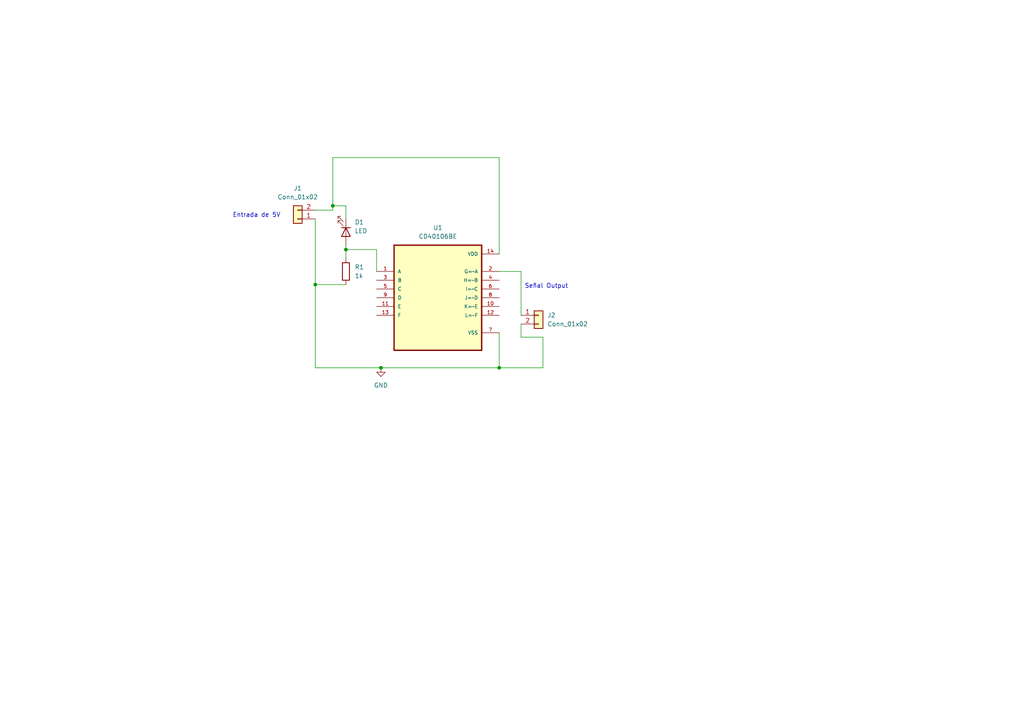
<source format=kicad_sch>
(kicad_sch
	(version 20250114)
	(generator "eeschema")
	(generator_version "9.0")
	(uuid "e3ec127a-9a14-4d0c-910c-42d5b51b812a")
	(paper "A4")
	(lib_symbols
		(symbol "CD40106BE:CD40106BE"
			(pin_names
				(offset 1.016)
			)
			(exclude_from_sim no)
			(in_bom yes)
			(on_board yes)
			(property "Reference" "U"
				(at -12.7 16.24 0)
				(effects
					(font
						(size 1.27 1.27)
					)
					(justify left bottom)
				)
			)
			(property "Value" "CD40106BE"
				(at -12.7 -19.24 0)
				(effects
					(font
						(size 1.27 1.27)
					)
					(justify left bottom)
				)
			)
			(property "Footprint" "CD40106BE:DIP794W45P254L1969H508Q14"
				(at 0 0 0)
				(effects
					(font
						(size 1.27 1.27)
					)
					(justify bottom)
					(hide yes)
				)
			)
			(property "Datasheet" ""
				(at 0 0 0)
				(effects
					(font
						(size 1.27 1.27)
					)
					(hide yes)
				)
			)
			(property "Description" ""
				(at 0 0 0)
				(effects
					(font
						(size 1.27 1.27)
					)
					(hide yes)
				)
			)
			(property "MF" "Texas Instruments"
				(at 0 0 0)
				(effects
					(font
						(size 1.27 1.27)
					)
					(justify bottom)
					(hide yes)
				)
			)
			(property "Description_1" "6-ch, 3-V to 18-V inverters with Schmitt-Trigger inputs"
				(at 0 0 0)
				(effects
					(font
						(size 1.27 1.27)
					)
					(justify bottom)
					(hide yes)
				)
			)
			(property "Package" "PDIP-14 Texas Instruments"
				(at 0 0 0)
				(effects
					(font
						(size 1.27 1.27)
					)
					(justify bottom)
					(hide yes)
				)
			)
			(property "Price" "None"
				(at 0 0 0)
				(effects
					(font
						(size 1.27 1.27)
					)
					(justify bottom)
					(hide yes)
				)
			)
			(property "SnapEDA_Link" "https://www.snapeda.com/parts/CD40106BE/Texas+Instruments/view-part/?ref=snap"
				(at 0 0 0)
				(effects
					(font
						(size 1.27 1.27)
					)
					(justify bottom)
					(hide yes)
				)
			)
			(property "MP" "CD40106BE"
				(at 0 0 0)
				(effects
					(font
						(size 1.27 1.27)
					)
					(justify bottom)
					(hide yes)
				)
			)
			(property "Availability" "In Stock"
				(at 0 0 0)
				(effects
					(font
						(size 1.27 1.27)
					)
					(justify bottom)
					(hide yes)
				)
			)
			(property "Check_prices" "https://www.snapeda.com/parts/CD40106BE/Texas+Instruments/view-part/?ref=eda"
				(at 0 0 0)
				(effects
					(font
						(size 1.27 1.27)
					)
					(justify bottom)
					(hide yes)
				)
			)
			(symbol "CD40106BE_0_0"
				(rectangle
					(start -12.7 -15.24)
					(end 12.7 15.24)
					(stroke
						(width 0.41)
						(type default)
					)
					(fill
						(type background)
					)
				)
				(pin input line
					(at -17.78 7.62 0)
					(length 5.08)
					(name "A"
						(effects
							(font
								(size 1.016 1.016)
							)
						)
					)
					(number "1"
						(effects
							(font
								(size 1.016 1.016)
							)
						)
					)
				)
				(pin input line
					(at -17.78 5.08 0)
					(length 5.08)
					(name "B"
						(effects
							(font
								(size 1.016 1.016)
							)
						)
					)
					(number "3"
						(effects
							(font
								(size 1.016 1.016)
							)
						)
					)
				)
				(pin input line
					(at -17.78 2.54 0)
					(length 5.08)
					(name "C"
						(effects
							(font
								(size 1.016 1.016)
							)
						)
					)
					(number "5"
						(effects
							(font
								(size 1.016 1.016)
							)
						)
					)
				)
				(pin input line
					(at -17.78 0 0)
					(length 5.08)
					(name "D"
						(effects
							(font
								(size 1.016 1.016)
							)
						)
					)
					(number "9"
						(effects
							(font
								(size 1.016 1.016)
							)
						)
					)
				)
				(pin input line
					(at -17.78 -2.54 0)
					(length 5.08)
					(name "E"
						(effects
							(font
								(size 1.016 1.016)
							)
						)
					)
					(number "11"
						(effects
							(font
								(size 1.016 1.016)
							)
						)
					)
				)
				(pin input line
					(at -17.78 -5.08 0)
					(length 5.08)
					(name "F"
						(effects
							(font
								(size 1.016 1.016)
							)
						)
					)
					(number "13"
						(effects
							(font
								(size 1.016 1.016)
							)
						)
					)
				)
				(pin power_in line
					(at 17.78 12.7 180)
					(length 5.08)
					(name "VDD"
						(effects
							(font
								(size 1.016 1.016)
							)
						)
					)
					(number "14"
						(effects
							(font
								(size 1.016 1.016)
							)
						)
					)
				)
				(pin output line
					(at 17.78 7.62 180)
					(length 5.08)
					(name "G=~A"
						(effects
							(font
								(size 1.016 1.016)
							)
						)
					)
					(number "2"
						(effects
							(font
								(size 1.016 1.016)
							)
						)
					)
				)
				(pin output line
					(at 17.78 5.08 180)
					(length 5.08)
					(name "H=~B"
						(effects
							(font
								(size 1.016 1.016)
							)
						)
					)
					(number "4"
						(effects
							(font
								(size 1.016 1.016)
							)
						)
					)
				)
				(pin output line
					(at 17.78 2.54 180)
					(length 5.08)
					(name "I=~C"
						(effects
							(font
								(size 1.016 1.016)
							)
						)
					)
					(number "6"
						(effects
							(font
								(size 1.016 1.016)
							)
						)
					)
				)
				(pin output line
					(at 17.78 0 180)
					(length 5.08)
					(name "J=~D"
						(effects
							(font
								(size 1.016 1.016)
							)
						)
					)
					(number "8"
						(effects
							(font
								(size 1.016 1.016)
							)
						)
					)
				)
				(pin output line
					(at 17.78 -2.54 180)
					(length 5.08)
					(name "K=~E"
						(effects
							(font
								(size 1.016 1.016)
							)
						)
					)
					(number "10"
						(effects
							(font
								(size 1.016 1.016)
							)
						)
					)
				)
				(pin output line
					(at 17.78 -5.08 180)
					(length 5.08)
					(name "L=~F"
						(effects
							(font
								(size 1.016 1.016)
							)
						)
					)
					(number "12"
						(effects
							(font
								(size 1.016 1.016)
							)
						)
					)
				)
				(pin power_in line
					(at 17.78 -10.16 180)
					(length 5.08)
					(name "VSS"
						(effects
							(font
								(size 1.016 1.016)
							)
						)
					)
					(number "7"
						(effects
							(font
								(size 1.016 1.016)
							)
						)
					)
				)
			)
			(embedded_fonts no)
		)
		(symbol "Connector_Generic:Conn_01x02"
			(pin_names
				(offset 1.016)
				(hide yes)
			)
			(exclude_from_sim no)
			(in_bom yes)
			(on_board yes)
			(property "Reference" "J"
				(at 0 2.54 0)
				(effects
					(font
						(size 1.27 1.27)
					)
				)
			)
			(property "Value" "Conn_01x02"
				(at 0 -5.08 0)
				(effects
					(font
						(size 1.27 1.27)
					)
				)
			)
			(property "Footprint" ""
				(at 0 0 0)
				(effects
					(font
						(size 1.27 1.27)
					)
					(hide yes)
				)
			)
			(property "Datasheet" "~"
				(at 0 0 0)
				(effects
					(font
						(size 1.27 1.27)
					)
					(hide yes)
				)
			)
			(property "Description" "Generic connector, single row, 01x02, script generated (kicad-library-utils/schlib/autogen/connector/)"
				(at 0 0 0)
				(effects
					(font
						(size 1.27 1.27)
					)
					(hide yes)
				)
			)
			(property "ki_keywords" "connector"
				(at 0 0 0)
				(effects
					(font
						(size 1.27 1.27)
					)
					(hide yes)
				)
			)
			(property "ki_fp_filters" "Connector*:*_1x??_*"
				(at 0 0 0)
				(effects
					(font
						(size 1.27 1.27)
					)
					(hide yes)
				)
			)
			(symbol "Conn_01x02_1_1"
				(rectangle
					(start -1.27 1.27)
					(end 1.27 -3.81)
					(stroke
						(width 0.254)
						(type default)
					)
					(fill
						(type background)
					)
				)
				(rectangle
					(start -1.27 0.127)
					(end 0 -0.127)
					(stroke
						(width 0.1524)
						(type default)
					)
					(fill
						(type none)
					)
				)
				(rectangle
					(start -1.27 -2.413)
					(end 0 -2.667)
					(stroke
						(width 0.1524)
						(type default)
					)
					(fill
						(type none)
					)
				)
				(pin passive line
					(at -5.08 0 0)
					(length 3.81)
					(name "Pin_1"
						(effects
							(font
								(size 1.27 1.27)
							)
						)
					)
					(number "1"
						(effects
							(font
								(size 1.27 1.27)
							)
						)
					)
				)
				(pin passive line
					(at -5.08 -2.54 0)
					(length 3.81)
					(name "Pin_2"
						(effects
							(font
								(size 1.27 1.27)
							)
						)
					)
					(number "2"
						(effects
							(font
								(size 1.27 1.27)
							)
						)
					)
				)
			)
			(embedded_fonts no)
		)
		(symbol "Device:LED"
			(pin_numbers
				(hide yes)
			)
			(pin_names
				(offset 1.016)
				(hide yes)
			)
			(exclude_from_sim no)
			(in_bom yes)
			(on_board yes)
			(property "Reference" "D"
				(at 0 2.54 0)
				(effects
					(font
						(size 1.27 1.27)
					)
				)
			)
			(property "Value" "LED"
				(at 0 -2.54 0)
				(effects
					(font
						(size 1.27 1.27)
					)
				)
			)
			(property "Footprint" ""
				(at 0 0 0)
				(effects
					(font
						(size 1.27 1.27)
					)
					(hide yes)
				)
			)
			(property "Datasheet" "~"
				(at 0 0 0)
				(effects
					(font
						(size 1.27 1.27)
					)
					(hide yes)
				)
			)
			(property "Description" "Light emitting diode"
				(at 0 0 0)
				(effects
					(font
						(size 1.27 1.27)
					)
					(hide yes)
				)
			)
			(property "Sim.Pins" "1=K 2=A"
				(at 0 0 0)
				(effects
					(font
						(size 1.27 1.27)
					)
					(hide yes)
				)
			)
			(property "ki_keywords" "LED diode"
				(at 0 0 0)
				(effects
					(font
						(size 1.27 1.27)
					)
					(hide yes)
				)
			)
			(property "ki_fp_filters" "LED* LED_SMD:* LED_THT:*"
				(at 0 0 0)
				(effects
					(font
						(size 1.27 1.27)
					)
					(hide yes)
				)
			)
			(symbol "LED_0_1"
				(polyline
					(pts
						(xy -3.048 -0.762) (xy -4.572 -2.286) (xy -3.81 -2.286) (xy -4.572 -2.286) (xy -4.572 -1.524)
					)
					(stroke
						(width 0)
						(type default)
					)
					(fill
						(type none)
					)
				)
				(polyline
					(pts
						(xy -1.778 -0.762) (xy -3.302 -2.286) (xy -2.54 -2.286) (xy -3.302 -2.286) (xy -3.302 -1.524)
					)
					(stroke
						(width 0)
						(type default)
					)
					(fill
						(type none)
					)
				)
				(polyline
					(pts
						(xy -1.27 0) (xy 1.27 0)
					)
					(stroke
						(width 0)
						(type default)
					)
					(fill
						(type none)
					)
				)
				(polyline
					(pts
						(xy -1.27 -1.27) (xy -1.27 1.27)
					)
					(stroke
						(width 0.254)
						(type default)
					)
					(fill
						(type none)
					)
				)
				(polyline
					(pts
						(xy 1.27 -1.27) (xy 1.27 1.27) (xy -1.27 0) (xy 1.27 -1.27)
					)
					(stroke
						(width 0.254)
						(type default)
					)
					(fill
						(type none)
					)
				)
			)
			(symbol "LED_1_1"
				(pin passive line
					(at -3.81 0 0)
					(length 2.54)
					(name "K"
						(effects
							(font
								(size 1.27 1.27)
							)
						)
					)
					(number "1"
						(effects
							(font
								(size 1.27 1.27)
							)
						)
					)
				)
				(pin passive line
					(at 3.81 0 180)
					(length 2.54)
					(name "A"
						(effects
							(font
								(size 1.27 1.27)
							)
						)
					)
					(number "2"
						(effects
							(font
								(size 1.27 1.27)
							)
						)
					)
				)
			)
			(embedded_fonts no)
		)
		(symbol "Device:R"
			(pin_numbers
				(hide yes)
			)
			(pin_names
				(offset 0)
			)
			(exclude_from_sim no)
			(in_bom yes)
			(on_board yes)
			(property "Reference" "R"
				(at 2.032 0 90)
				(effects
					(font
						(size 1.27 1.27)
					)
				)
			)
			(property "Value" "R"
				(at 0 0 90)
				(effects
					(font
						(size 1.27 1.27)
					)
				)
			)
			(property "Footprint" ""
				(at -1.778 0 90)
				(effects
					(font
						(size 1.27 1.27)
					)
					(hide yes)
				)
			)
			(property "Datasheet" "~"
				(at 0 0 0)
				(effects
					(font
						(size 1.27 1.27)
					)
					(hide yes)
				)
			)
			(property "Description" "Resistor"
				(at 0 0 0)
				(effects
					(font
						(size 1.27 1.27)
					)
					(hide yes)
				)
			)
			(property "ki_keywords" "R res resistor"
				(at 0 0 0)
				(effects
					(font
						(size 1.27 1.27)
					)
					(hide yes)
				)
			)
			(property "ki_fp_filters" "R_*"
				(at 0 0 0)
				(effects
					(font
						(size 1.27 1.27)
					)
					(hide yes)
				)
			)
			(symbol "R_0_1"
				(rectangle
					(start -1.016 -2.54)
					(end 1.016 2.54)
					(stroke
						(width 0.254)
						(type default)
					)
					(fill
						(type none)
					)
				)
			)
			(symbol "R_1_1"
				(pin passive line
					(at 0 3.81 270)
					(length 1.27)
					(name "~"
						(effects
							(font
								(size 1.27 1.27)
							)
						)
					)
					(number "1"
						(effects
							(font
								(size 1.27 1.27)
							)
						)
					)
				)
				(pin passive line
					(at 0 -3.81 90)
					(length 1.27)
					(name "~"
						(effects
							(font
								(size 1.27 1.27)
							)
						)
					)
					(number "2"
						(effects
							(font
								(size 1.27 1.27)
							)
						)
					)
				)
			)
			(embedded_fonts no)
		)
		(symbol "power:GND"
			(power)
			(pin_numbers
				(hide yes)
			)
			(pin_names
				(offset 0)
				(hide yes)
			)
			(exclude_from_sim no)
			(in_bom yes)
			(on_board yes)
			(property "Reference" "#PWR"
				(at 0 -6.35 0)
				(effects
					(font
						(size 1.27 1.27)
					)
					(hide yes)
				)
			)
			(property "Value" "GND"
				(at 0 -3.81 0)
				(effects
					(font
						(size 1.27 1.27)
					)
				)
			)
			(property "Footprint" ""
				(at 0 0 0)
				(effects
					(font
						(size 1.27 1.27)
					)
					(hide yes)
				)
			)
			(property "Datasheet" ""
				(at 0 0 0)
				(effects
					(font
						(size 1.27 1.27)
					)
					(hide yes)
				)
			)
			(property "Description" "Power symbol creates a global label with name \"GND\" , ground"
				(at 0 0 0)
				(effects
					(font
						(size 1.27 1.27)
					)
					(hide yes)
				)
			)
			(property "ki_keywords" "global power"
				(at 0 0 0)
				(effects
					(font
						(size 1.27 1.27)
					)
					(hide yes)
				)
			)
			(symbol "GND_0_1"
				(polyline
					(pts
						(xy 0 0) (xy 0 -1.27) (xy 1.27 -1.27) (xy 0 -2.54) (xy -1.27 -1.27) (xy 0 -1.27)
					)
					(stroke
						(width 0)
						(type default)
					)
					(fill
						(type none)
					)
				)
			)
			(symbol "GND_1_1"
				(pin power_in line
					(at 0 0 270)
					(length 0)
					(name "~"
						(effects
							(font
								(size 1.27 1.27)
							)
						)
					)
					(number "1"
						(effects
							(font
								(size 1.27 1.27)
							)
						)
					)
				)
			)
			(embedded_fonts no)
		)
	)
	(text "Señal Output\n"
		(exclude_from_sim no)
		(at 158.496 83.058 0)
		(effects
			(font
				(size 1.27 1.27)
			)
		)
		(uuid "02f6fd2d-34ec-474b-8d92-a064535977d9")
	)
	(text "Entrada de 5V"
		(exclude_from_sim no)
		(at 74.422 62.484 0)
		(effects
			(font
				(size 1.27 1.27)
			)
		)
		(uuid "b8edc229-e0b3-4074-b3f8-7d133e71397e")
	)
	(junction
		(at 96.52 59.69)
		(diameter 0)
		(color 0 0 0 0)
		(uuid "32a6d097-8b61-4207-b0f2-ddaace15c068")
	)
	(junction
		(at 110.49 106.68)
		(diameter 0)
		(color 0 0 0 0)
		(uuid "701f0bf1-b5e2-480a-92fe-fbadc67bc39a")
	)
	(junction
		(at 144.78 106.68)
		(diameter 0)
		(color 0 0 0 0)
		(uuid "83bb5cc3-0e05-4b13-9941-36e5efddfafa")
	)
	(junction
		(at 100.33 72.39)
		(diameter 0)
		(color 0 0 0 0)
		(uuid "ca4b22f2-5f4b-48d3-a065-225c17943ad3")
	)
	(junction
		(at 91.44 82.55)
		(diameter 0)
		(color 0 0 0 0)
		(uuid "f7bcbd36-9b6f-4ec7-9ac3-8062c8694c65")
	)
	(wire
		(pts
			(xy 91.44 63.5) (xy 91.44 82.55)
		)
		(stroke
			(width 0)
			(type default)
		)
		(uuid "1715c1d0-19f9-457b-96f9-2fa93f122410")
	)
	(wire
		(pts
			(xy 109.22 78.74) (xy 109.22 72.39)
		)
		(stroke
			(width 0)
			(type default)
		)
		(uuid "18134988-06f1-46fa-9e72-a35f5e692745")
	)
	(wire
		(pts
			(xy 157.48 106.68) (xy 144.78 106.68)
		)
		(stroke
			(width 0)
			(type default)
		)
		(uuid "2673c05e-656e-4f93-9cc9-be632e667d8d")
	)
	(wire
		(pts
			(xy 157.48 97.79) (xy 157.48 106.68)
		)
		(stroke
			(width 0)
			(type default)
		)
		(uuid "2ac0c5f6-7ac3-413b-820e-f37e299220e7")
	)
	(wire
		(pts
			(xy 110.49 106.68) (xy 144.78 106.68)
		)
		(stroke
			(width 0)
			(type default)
		)
		(uuid "2bb2477a-b5cc-4d1a-9650-76f1dc403cad")
	)
	(wire
		(pts
			(xy 151.13 91.44) (xy 151.13 78.74)
		)
		(stroke
			(width 0)
			(type default)
		)
		(uuid "307d541c-a43c-4e64-a4d0-6f9a229ea742")
	)
	(wire
		(pts
			(xy 109.22 72.39) (xy 100.33 72.39)
		)
		(stroke
			(width 0)
			(type default)
		)
		(uuid "417fe865-bc6c-4a16-a8d4-5736ced3892a")
	)
	(wire
		(pts
			(xy 144.78 45.72) (xy 96.52 45.72)
		)
		(stroke
			(width 0)
			(type default)
		)
		(uuid "43c9a133-a92d-45f0-9656-30a061e11939")
	)
	(wire
		(pts
			(xy 151.13 78.74) (xy 144.78 78.74)
		)
		(stroke
			(width 0)
			(type default)
		)
		(uuid "4e04c8af-7762-4c93-81cf-e75d9db67810")
	)
	(wire
		(pts
			(xy 100.33 72.39) (xy 100.33 74.93)
		)
		(stroke
			(width 0)
			(type default)
		)
		(uuid "5383f377-b98f-4223-9321-7030f04c6dd1")
	)
	(wire
		(pts
			(xy 91.44 60.96) (xy 96.52 60.96)
		)
		(stroke
			(width 0)
			(type default)
		)
		(uuid "57aff74b-c995-4635-8d39-60f1cea15ac6")
	)
	(wire
		(pts
			(xy 100.33 71.12) (xy 100.33 72.39)
		)
		(stroke
			(width 0)
			(type default)
		)
		(uuid "640a2e35-abec-4212-bb04-aca1d5d2e4bc")
	)
	(wire
		(pts
			(xy 91.44 106.68) (xy 110.49 106.68)
		)
		(stroke
			(width 0)
			(type default)
		)
		(uuid "8ac07441-15e2-4cc3-a90a-c4aa861a8923")
	)
	(wire
		(pts
			(xy 100.33 82.55) (xy 91.44 82.55)
		)
		(stroke
			(width 0)
			(type default)
		)
		(uuid "93a2c105-74b2-4d5e-9b4f-3445adf124e3")
	)
	(wire
		(pts
			(xy 157.48 97.79) (xy 151.13 97.79)
		)
		(stroke
			(width 0)
			(type default)
		)
		(uuid "9a6f5ce0-216e-4095-b7f3-a210bd984700")
	)
	(wire
		(pts
			(xy 151.13 97.79) (xy 151.13 93.98)
		)
		(stroke
			(width 0)
			(type default)
		)
		(uuid "ae863504-cb8d-4503-b61e-58ca10c046fc")
	)
	(wire
		(pts
			(xy 144.78 96.52) (xy 144.78 106.68)
		)
		(stroke
			(width 0)
			(type default)
		)
		(uuid "b8e477cb-841f-48cf-9b34-6b77666211ba")
	)
	(wire
		(pts
			(xy 100.33 63.5) (xy 100.33 59.69)
		)
		(stroke
			(width 0)
			(type default)
		)
		(uuid "bbc24150-a784-4049-bfcd-71458cf93074")
	)
	(wire
		(pts
			(xy 96.52 59.69) (xy 100.33 59.69)
		)
		(stroke
			(width 0)
			(type default)
		)
		(uuid "be561fd7-16b9-4449-961c-3332bb571f56")
	)
	(wire
		(pts
			(xy 96.52 59.69) (xy 96.52 60.96)
		)
		(stroke
			(width 0)
			(type default)
		)
		(uuid "c9385162-a94c-4de2-acbd-a629f17d7a5b")
	)
	(wire
		(pts
			(xy 91.44 82.55) (xy 91.44 106.68)
		)
		(stroke
			(width 0)
			(type default)
		)
		(uuid "d5e1bb0f-f020-44bf-bd0e-c6ab6421b378")
	)
	(wire
		(pts
			(xy 144.78 73.66) (xy 144.78 45.72)
		)
		(stroke
			(width 0)
			(type default)
		)
		(uuid "dc517d49-2d40-443c-a5e7-5eace72bde35")
	)
	(wire
		(pts
			(xy 96.52 45.72) (xy 96.52 59.69)
		)
		(stroke
			(width 0)
			(type default)
		)
		(uuid "e7fb16e6-3eb1-40a5-8499-d848baa2cbca")
	)
	(symbol
		(lib_id "Device:R")
		(at 100.33 78.74 180)
		(unit 1)
		(exclude_from_sim no)
		(in_bom yes)
		(on_board yes)
		(dnp no)
		(fields_autoplaced yes)
		(uuid "1a65f57e-8919-4e82-859a-f7b241a83d84")
		(property "Reference" "R1"
			(at 102.87 77.4699 0)
			(effects
				(font
					(size 1.27 1.27)
				)
				(justify right)
			)
		)
		(property "Value" "1k"
			(at 102.87 80.0099 0)
			(effects
				(font
					(size 1.27 1.27)
				)
				(justify right)
			)
		)
		(property "Footprint" "Resistor_THT:R_Axial_DIN0204_L3.6mm_D1.6mm_P7.62mm_Horizontal"
			(at 102.108 78.74 90)
			(effects
				(font
					(size 1.27 1.27)
				)
				(hide yes)
			)
		)
		(property "Datasheet" "~"
			(at 100.33 78.74 0)
			(effects
				(font
					(size 1.27 1.27)
				)
				(hide yes)
			)
		)
		(property "Description" "Resistor"
			(at 100.33 78.74 0)
			(effects
				(font
					(size 1.27 1.27)
				)
				(hide yes)
			)
		)
		(pin "2"
			(uuid "eb5dbcbb-e775-49d1-bce0-728e4f90117a")
		)
		(pin "1"
			(uuid "a7fa59b8-98f4-42e1-89b1-4c0084ca5cbc")
		)
		(instances
			(project "TP2B"
				(path "/e3ec127a-9a14-4d0c-910c-42d5b51b812a"
					(reference "R1")
					(unit 1)
				)
			)
		)
	)
	(symbol
		(lib_id "CD40106BE:CD40106BE")
		(at 127 86.36 0)
		(unit 1)
		(exclude_from_sim no)
		(in_bom yes)
		(on_board yes)
		(dnp no)
		(fields_autoplaced yes)
		(uuid "4de067d2-b93d-41dd-bb84-2e01c144ee3c")
		(property "Reference" "U1"
			(at 127 66.04 0)
			(effects
				(font
					(size 1.27 1.27)
				)
			)
		)
		(property "Value" "CD40106BE"
			(at 127 68.58 0)
			(effects
				(font
					(size 1.27 1.27)
				)
			)
		)
		(property "Footprint" "CD40106BE:DIP794W45P254L1969H508Q14"
			(at 127 86.36 0)
			(effects
				(font
					(size 1.27 1.27)
				)
				(justify bottom)
				(hide yes)
			)
		)
		(property "Datasheet" ""
			(at 127 86.36 0)
			(effects
				(font
					(size 1.27 1.27)
				)
				(hide yes)
			)
		)
		(property "Description" ""
			(at 127 86.36 0)
			(effects
				(font
					(size 1.27 1.27)
				)
				(hide yes)
			)
		)
		(property "MF" "Texas Instruments"
			(at 127 86.36 0)
			(effects
				(font
					(size 1.27 1.27)
				)
				(justify bottom)
				(hide yes)
			)
		)
		(property "Description_1" "6-ch, 3-V to 18-V inverters with Schmitt-Trigger inputs"
			(at 127 86.36 0)
			(effects
				(font
					(size 1.27 1.27)
				)
				(justify bottom)
				(hide yes)
			)
		)
		(property "Package" "PDIP-14 Texas Instruments"
			(at 127 86.36 0)
			(effects
				(font
					(size 1.27 1.27)
				)
				(justify bottom)
				(hide yes)
			)
		)
		(property "Price" "None"
			(at 127 86.36 0)
			(effects
				(font
					(size 1.27 1.27)
				)
				(justify bottom)
				(hide yes)
			)
		)
		(property "SnapEDA_Link" "https://www.snapeda.com/parts/CD40106BE/Texas+Instruments/view-part/?ref=snap"
			(at 127 86.36 0)
			(effects
				(font
					(size 1.27 1.27)
				)
				(justify bottom)
				(hide yes)
			)
		)
		(property "MP" "CD40106BE"
			(at 127 86.36 0)
			(effects
				(font
					(size 1.27 1.27)
				)
				(justify bottom)
				(hide yes)
			)
		)
		(property "Availability" "In Stock"
			(at 127 86.36 0)
			(effects
				(font
					(size 1.27 1.27)
				)
				(justify bottom)
				(hide yes)
			)
		)
		(property "Check_prices" "https://www.snapeda.com/parts/CD40106BE/Texas+Instruments/view-part/?ref=eda"
			(at 127 86.36 0)
			(effects
				(font
					(size 1.27 1.27)
				)
				(justify bottom)
				(hide yes)
			)
		)
		(pin "12"
			(uuid "3754d10b-822b-4a0f-a349-950fd0c27921")
		)
		(pin "7"
			(uuid "ea62a444-01e3-4cf3-9d92-33b6b6f6cb2a")
		)
		(pin "10"
			(uuid "accfc394-6c35-4e84-b8c4-303f500b7801")
		)
		(pin "3"
			(uuid "1e1cfcc1-bffc-4fdd-a7df-5ba3ccbc4e36")
		)
		(pin "5"
			(uuid "5b69f48f-5997-46b0-b514-9e77513a96a7")
		)
		(pin "11"
			(uuid "f26607c3-3071-468b-8ba7-449927ddbe1f")
		)
		(pin "1"
			(uuid "7613c285-f761-412d-b293-6036f06e649e")
		)
		(pin "14"
			(uuid "2ea2fd6a-6ecf-4588-b2cf-9175a1751017")
		)
		(pin "2"
			(uuid "258ed3ae-885b-472c-aa59-c32c703731d2")
		)
		(pin "4"
			(uuid "ca886744-790f-4914-8519-1eaeb6be4a32")
		)
		(pin "9"
			(uuid "5b983f90-c42e-401f-8910-e4e5c4b971a1")
		)
		(pin "6"
			(uuid "04229ef7-19d5-4e7e-95f8-6f3bcb2cf2ac")
		)
		(pin "8"
			(uuid "6d21fd12-9e26-48c1-8df4-f7a956f1ec59")
		)
		(pin "13"
			(uuid "58a1b454-2f17-435b-a8ad-6e8d7721cd22")
		)
		(instances
			(project ""
				(path "/e3ec127a-9a14-4d0c-910c-42d5b51b812a"
					(reference "U1")
					(unit 1)
				)
			)
		)
	)
	(symbol
		(lib_id "Device:LED")
		(at 100.33 67.31 270)
		(unit 1)
		(exclude_from_sim no)
		(in_bom yes)
		(on_board yes)
		(dnp no)
		(fields_autoplaced yes)
		(uuid "97f537d8-f88f-47be-bd65-a00459c660bf")
		(property "Reference" "D1"
			(at 102.87 64.4524 90)
			(effects
				(font
					(size 1.27 1.27)
				)
				(justify left)
			)
		)
		(property "Value" "LED"
			(at 102.87 66.9924 90)
			(effects
				(font
					(size 1.27 1.27)
				)
				(justify left)
			)
		)
		(property "Footprint" "Diode_THT:D_5KP_P7.62mm_Vertical_KathodeUp"
			(at 100.33 67.31 0)
			(effects
				(font
					(size 1.27 1.27)
				)
				(hide yes)
			)
		)
		(property "Datasheet" "~"
			(at 100.33 67.31 0)
			(effects
				(font
					(size 1.27 1.27)
				)
				(hide yes)
			)
		)
		(property "Description" "Light emitting diode"
			(at 100.33 67.31 0)
			(effects
				(font
					(size 1.27 1.27)
				)
				(hide yes)
			)
		)
		(property "Sim.Pins" "1=K 2=A"
			(at 100.33 67.31 0)
			(effects
				(font
					(size 1.27 1.27)
				)
				(hide yes)
			)
		)
		(pin "1"
			(uuid "cc64c92d-9414-4808-9ab0-981530bb53f7")
		)
		(pin "2"
			(uuid "0c1a416f-55bc-4b9d-a8b0-0f06869ad9a0")
		)
		(instances
			(project ""
				(path "/e3ec127a-9a14-4d0c-910c-42d5b51b812a"
					(reference "D1")
					(unit 1)
				)
			)
		)
	)
	(symbol
		(lib_id "Connector_Generic:Conn_01x02")
		(at 156.21 91.44 0)
		(unit 1)
		(exclude_from_sim no)
		(in_bom yes)
		(on_board yes)
		(dnp no)
		(fields_autoplaced yes)
		(uuid "c4e15b73-c8c3-4793-bb29-4e59cc4c18f5")
		(property "Reference" "J2"
			(at 158.75 91.4399 0)
			(effects
				(font
					(size 1.27 1.27)
				)
				(justify left)
			)
		)
		(property "Value" "Conn_01x02"
			(at 158.75 93.9799 0)
			(effects
				(font
					(size 1.27 1.27)
				)
				(justify left)
			)
		)
		(property "Footprint" "TerminalBlock:TerminalBlock_MaiXu_MX126-5.0-02P_1x02_P5.00mm"
			(at 156.21 91.44 0)
			(effects
				(font
					(size 1.27 1.27)
				)
				(hide yes)
			)
		)
		(property "Datasheet" "~"
			(at 156.21 91.44 0)
			(effects
				(font
					(size 1.27 1.27)
				)
				(hide yes)
			)
		)
		(property "Description" "Generic connector, single row, 01x02, script generated (kicad-library-utils/schlib/autogen/connector/)"
			(at 156.21 91.44 0)
			(effects
				(font
					(size 1.27 1.27)
				)
				(hide yes)
			)
		)
		(pin "2"
			(uuid "3fc5913c-71ee-481b-b4f3-b70185f04892")
		)
		(pin "1"
			(uuid "a7b0f78c-1801-47b8-a8c0-c762c7c56a42")
		)
		(instances
			(project "TP2B"
				(path "/e3ec127a-9a14-4d0c-910c-42d5b51b812a"
					(reference "J2")
					(unit 1)
				)
			)
		)
	)
	(symbol
		(lib_id "Connector_Generic:Conn_01x02")
		(at 86.36 63.5 180)
		(unit 1)
		(exclude_from_sim no)
		(in_bom yes)
		(on_board yes)
		(dnp no)
		(fields_autoplaced yes)
		(uuid "e29521f4-9018-4b88-91e0-f24781b1380b")
		(property "Reference" "J1"
			(at 86.36 54.61 0)
			(effects
				(font
					(size 1.27 1.27)
				)
			)
		)
		(property "Value" "Conn_01x02"
			(at 86.36 57.15 0)
			(effects
				(font
					(size 1.27 1.27)
				)
			)
		)
		(property "Footprint" "TerminalBlock:TerminalBlock_MaiXu_MX126-5.0-02P_1x02_P5.00mm"
			(at 86.36 63.5 0)
			(effects
				(font
					(size 1.27 1.27)
				)
				(hide yes)
			)
		)
		(property "Datasheet" "~"
			(at 86.36 63.5 0)
			(effects
				(font
					(size 1.27 1.27)
				)
				(hide yes)
			)
		)
		(property "Description" "Generic connector, single row, 01x02, script generated (kicad-library-utils/schlib/autogen/connector/)"
			(at 86.36 63.5 0)
			(effects
				(font
					(size 1.27 1.27)
				)
				(hide yes)
			)
		)
		(pin "2"
			(uuid "5ad42be3-bc15-443a-8564-c46f552f7890")
		)
		(pin "1"
			(uuid "828eb057-9bf6-4639-aa1b-95a9e4962088")
		)
		(instances
			(project "TP2B"
				(path "/e3ec127a-9a14-4d0c-910c-42d5b51b812a"
					(reference "J1")
					(unit 1)
				)
			)
		)
	)
	(symbol
		(lib_id "power:GND")
		(at 110.49 106.68 0)
		(unit 1)
		(exclude_from_sim no)
		(in_bom yes)
		(on_board yes)
		(dnp no)
		(fields_autoplaced yes)
		(uuid "e4ee9c3c-eb41-4853-97a3-cffc4e70e563")
		(property "Reference" "#PWR01"
			(at 110.49 113.03 0)
			(effects
				(font
					(size 1.27 1.27)
				)
				(hide yes)
			)
		)
		(property "Value" "GND"
			(at 110.49 111.76 0)
			(effects
				(font
					(size 1.27 1.27)
				)
			)
		)
		(property "Footprint" ""
			(at 110.49 106.68 0)
			(effects
				(font
					(size 1.27 1.27)
				)
				(hide yes)
			)
		)
		(property "Datasheet" ""
			(at 110.49 106.68 0)
			(effects
				(font
					(size 1.27 1.27)
				)
				(hide yes)
			)
		)
		(property "Description" "Power symbol creates a global label with name \"GND\" , ground"
			(at 110.49 106.68 0)
			(effects
				(font
					(size 1.27 1.27)
				)
				(hide yes)
			)
		)
		(pin "1"
			(uuid "4c615a5d-a5e5-4cf1-bfaf-abbe3aef86e4")
		)
		(instances
			(project ""
				(path "/e3ec127a-9a14-4d0c-910c-42d5b51b812a"
					(reference "#PWR01")
					(unit 1)
				)
			)
		)
	)
	(sheet_instances
		(path "/"
			(page "1")
		)
	)
	(embedded_fonts no)
)

</source>
